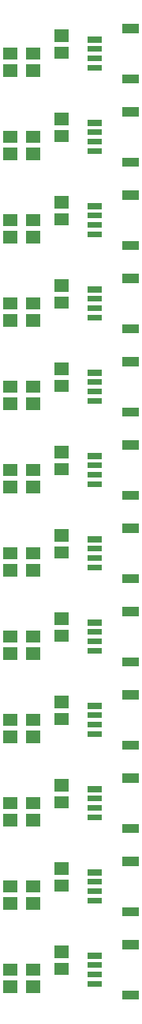
<source format=gbr>
G04 start of page 11 for group -4015 idx -4015 *
G04 Title: (unknown), toppaste *
G04 Creator: pcb 4.0.2 *
G04 CreationDate: Thu Feb 25 03:30:48 2021 UTC *
G04 For: petersen *
G04 Format: Gerber/RS-274X *
G04 PCB-Dimensions (mil): 1500.00 4200.00 *
G04 PCB-Coordinate-Origin: lower left *
%MOIN*%
%FSLAX25Y25*%
%LNTOPPASTE*%
%ADD36C,0.0001*%
G54D36*G36*
X82548Y398016D02*Y392898D01*
X88452D01*
Y398016D01*
X82548D01*
G37*
G36*
Y405102D02*Y399984D01*
X88452D01*
Y405102D01*
X82548D01*
G37*
G36*
X92048Y398016D02*Y392898D01*
X97952D01*
Y398016D01*
X92048D01*
G37*
G36*
Y405102D02*Y399984D01*
X97952D01*
Y405102D01*
X92048D01*
G37*
G36*
X104048Y412602D02*Y407484D01*
X109952D01*
Y412602D01*
X104048D01*
G37*
G36*
Y405516D02*Y400398D01*
X109952D01*
Y405516D01*
X104048D01*
G37*
G36*
X117949Y397775D02*Y395413D01*
X124051D01*
Y397775D01*
X117949D01*
G37*
G36*
Y401712D02*Y399350D01*
X124051D01*
Y401712D01*
X117949D01*
G37*
G36*
Y405650D02*Y403288D01*
X124051D01*
Y405650D01*
X117949D01*
G37*
G36*
Y409587D02*Y407225D01*
X124051D01*
Y409587D01*
X117949D01*
G37*
G36*
X132713Y393838D02*Y390000D01*
X139799D01*
Y393838D01*
X132713D01*
G37*
G36*
Y415000D02*Y411162D01*
X139799D01*
Y415000D01*
X132713D01*
G37*
G36*
X82548Y363016D02*Y357898D01*
X88452D01*
Y363016D01*
X82548D01*
G37*
G36*
Y370102D02*Y364984D01*
X88452D01*
Y370102D01*
X82548D01*
G37*
G36*
X92048Y363016D02*Y357898D01*
X97952D01*
Y363016D01*
X92048D01*
G37*
G36*
Y370102D02*Y364984D01*
X97952D01*
Y370102D01*
X92048D01*
G37*
G36*
X104048Y377602D02*Y372484D01*
X109952D01*
Y377602D01*
X104048D01*
G37*
G36*
Y370516D02*Y365398D01*
X109952D01*
Y370516D01*
X104048D01*
G37*
G36*
X117949Y362775D02*Y360413D01*
X124051D01*
Y362775D01*
X117949D01*
G37*
G36*
Y366712D02*Y364350D01*
X124051D01*
Y366712D01*
X117949D01*
G37*
G36*
Y370650D02*Y368288D01*
X124051D01*
Y370650D01*
X117949D01*
G37*
G36*
Y374587D02*Y372225D01*
X124051D01*
Y374587D01*
X117949D01*
G37*
G36*
X132713Y358838D02*Y355000D01*
X139799D01*
Y358838D01*
X132713D01*
G37*
G36*
Y380000D02*Y376162D01*
X139799D01*
Y380000D01*
X132713D01*
G37*
G36*
X82548Y328016D02*Y322898D01*
X88452D01*
Y328016D01*
X82548D01*
G37*
G36*
Y335102D02*Y329984D01*
X88452D01*
Y335102D01*
X82548D01*
G37*
G36*
X92048Y328016D02*Y322898D01*
X97952D01*
Y328016D01*
X92048D01*
G37*
G36*
Y335102D02*Y329984D01*
X97952D01*
Y335102D01*
X92048D01*
G37*
G36*
X104048Y342602D02*Y337484D01*
X109952D01*
Y342602D01*
X104048D01*
G37*
G36*
Y335516D02*Y330398D01*
X109952D01*
Y335516D01*
X104048D01*
G37*
G36*
X117949Y327775D02*Y325413D01*
X124051D01*
Y327775D01*
X117949D01*
G37*
G36*
Y331712D02*Y329350D01*
X124051D01*
Y331712D01*
X117949D01*
G37*
G36*
Y335650D02*Y333288D01*
X124051D01*
Y335650D01*
X117949D01*
G37*
G36*
Y339587D02*Y337225D01*
X124051D01*
Y339587D01*
X117949D01*
G37*
G36*
X132713Y323838D02*Y320000D01*
X139799D01*
Y323838D01*
X132713D01*
G37*
G36*
Y345000D02*Y341162D01*
X139799D01*
Y345000D01*
X132713D01*
G37*
G36*
X82548Y293016D02*Y287898D01*
X88452D01*
Y293016D01*
X82548D01*
G37*
G36*
Y300102D02*Y294984D01*
X88452D01*
Y300102D01*
X82548D01*
G37*
G36*
X92048Y293016D02*Y287898D01*
X97952D01*
Y293016D01*
X92048D01*
G37*
G36*
Y300102D02*Y294984D01*
X97952D01*
Y300102D01*
X92048D01*
G37*
G36*
X104048Y307602D02*Y302484D01*
X109952D01*
Y307602D01*
X104048D01*
G37*
G36*
Y300516D02*Y295398D01*
X109952D01*
Y300516D01*
X104048D01*
G37*
G36*
X117949Y292775D02*Y290413D01*
X124051D01*
Y292775D01*
X117949D01*
G37*
G36*
Y296712D02*Y294350D01*
X124051D01*
Y296712D01*
X117949D01*
G37*
G36*
Y300650D02*Y298288D01*
X124051D01*
Y300650D01*
X117949D01*
G37*
G36*
Y304587D02*Y302225D01*
X124051D01*
Y304587D01*
X117949D01*
G37*
G36*
X132713Y288838D02*Y285000D01*
X139799D01*
Y288838D01*
X132713D01*
G37*
G36*
Y310000D02*Y306162D01*
X139799D01*
Y310000D01*
X132713D01*
G37*
G36*
X82548Y258016D02*Y252898D01*
X88452D01*
Y258016D01*
X82548D01*
G37*
G36*
Y265102D02*Y259984D01*
X88452D01*
Y265102D01*
X82548D01*
G37*
G36*
X92048Y258016D02*Y252898D01*
X97952D01*
Y258016D01*
X92048D01*
G37*
G36*
Y265102D02*Y259984D01*
X97952D01*
Y265102D01*
X92048D01*
G37*
G36*
X104048Y272602D02*Y267484D01*
X109952D01*
Y272602D01*
X104048D01*
G37*
G36*
Y265516D02*Y260398D01*
X109952D01*
Y265516D01*
X104048D01*
G37*
G36*
X117949Y257775D02*Y255413D01*
X124051D01*
Y257775D01*
X117949D01*
G37*
G36*
Y261712D02*Y259350D01*
X124051D01*
Y261712D01*
X117949D01*
G37*
G36*
Y265650D02*Y263288D01*
X124051D01*
Y265650D01*
X117949D01*
G37*
G36*
Y269587D02*Y267225D01*
X124051D01*
Y269587D01*
X117949D01*
G37*
G36*
X132713Y253838D02*Y250000D01*
X139799D01*
Y253838D01*
X132713D01*
G37*
G36*
Y275000D02*Y271162D01*
X139799D01*
Y275000D01*
X132713D01*
G37*
G36*
X82548Y223016D02*Y217898D01*
X88452D01*
Y223016D01*
X82548D01*
G37*
G36*
Y230102D02*Y224984D01*
X88452D01*
Y230102D01*
X82548D01*
G37*
G36*
X92048Y223016D02*Y217898D01*
X97952D01*
Y223016D01*
X92048D01*
G37*
G36*
Y230102D02*Y224984D01*
X97952D01*
Y230102D01*
X92048D01*
G37*
G36*
X104048Y237602D02*Y232484D01*
X109952D01*
Y237602D01*
X104048D01*
G37*
G36*
Y230516D02*Y225398D01*
X109952D01*
Y230516D01*
X104048D01*
G37*
G36*
X117949Y222775D02*Y220413D01*
X124051D01*
Y222775D01*
X117949D01*
G37*
G36*
Y226712D02*Y224350D01*
X124051D01*
Y226712D01*
X117949D01*
G37*
G36*
Y230650D02*Y228288D01*
X124051D01*
Y230650D01*
X117949D01*
G37*
G36*
Y234587D02*Y232225D01*
X124051D01*
Y234587D01*
X117949D01*
G37*
G36*
X132713Y218838D02*Y215000D01*
X139799D01*
Y218838D01*
X132713D01*
G37*
G36*
Y240000D02*Y236162D01*
X139799D01*
Y240000D01*
X132713D01*
G37*
G36*
X82548Y188016D02*Y182898D01*
X88452D01*
Y188016D01*
X82548D01*
G37*
G36*
Y195102D02*Y189984D01*
X88452D01*
Y195102D01*
X82548D01*
G37*
G36*
X92048Y188016D02*Y182898D01*
X97952D01*
Y188016D01*
X92048D01*
G37*
G36*
Y195102D02*Y189984D01*
X97952D01*
Y195102D01*
X92048D01*
G37*
G36*
X104048Y202602D02*Y197484D01*
X109952D01*
Y202602D01*
X104048D01*
G37*
G36*
Y195516D02*Y190398D01*
X109952D01*
Y195516D01*
X104048D01*
G37*
G36*
X117949Y187775D02*Y185413D01*
X124051D01*
Y187775D01*
X117949D01*
G37*
G36*
Y191712D02*Y189350D01*
X124051D01*
Y191712D01*
X117949D01*
G37*
G36*
Y195650D02*Y193288D01*
X124051D01*
Y195650D01*
X117949D01*
G37*
G36*
Y199587D02*Y197225D01*
X124051D01*
Y199587D01*
X117949D01*
G37*
G36*
X132713Y183838D02*Y180000D01*
X139799D01*
Y183838D01*
X132713D01*
G37*
G36*
Y205000D02*Y201162D01*
X139799D01*
Y205000D01*
X132713D01*
G37*
G36*
X82548Y153016D02*Y147898D01*
X88452D01*
Y153016D01*
X82548D01*
G37*
G36*
Y160102D02*Y154984D01*
X88452D01*
Y160102D01*
X82548D01*
G37*
G36*
X92048Y153016D02*Y147898D01*
X97952D01*
Y153016D01*
X92048D01*
G37*
G36*
Y160102D02*Y154984D01*
X97952D01*
Y160102D01*
X92048D01*
G37*
G36*
X104048Y167602D02*Y162484D01*
X109952D01*
Y167602D01*
X104048D01*
G37*
G36*
Y160516D02*Y155398D01*
X109952D01*
Y160516D01*
X104048D01*
G37*
G36*
X117949Y152775D02*Y150413D01*
X124051D01*
Y152775D01*
X117949D01*
G37*
G36*
Y156712D02*Y154350D01*
X124051D01*
Y156712D01*
X117949D01*
G37*
G36*
Y160650D02*Y158288D01*
X124051D01*
Y160650D01*
X117949D01*
G37*
G36*
Y164587D02*Y162225D01*
X124051D01*
Y164587D01*
X117949D01*
G37*
G36*
X132713Y148838D02*Y145000D01*
X139799D01*
Y148838D01*
X132713D01*
G37*
G36*
Y170000D02*Y166162D01*
X139799D01*
Y170000D01*
X132713D01*
G37*
G36*
X82548Y118016D02*Y112898D01*
X88452D01*
Y118016D01*
X82548D01*
G37*
G36*
Y125102D02*Y119984D01*
X88452D01*
Y125102D01*
X82548D01*
G37*
G36*
X92048Y118016D02*Y112898D01*
X97952D01*
Y118016D01*
X92048D01*
G37*
G36*
Y125102D02*Y119984D01*
X97952D01*
Y125102D01*
X92048D01*
G37*
G36*
X104048Y132602D02*Y127484D01*
X109952D01*
Y132602D01*
X104048D01*
G37*
G36*
Y125516D02*Y120398D01*
X109952D01*
Y125516D01*
X104048D01*
G37*
G36*
X117949Y117775D02*Y115413D01*
X124051D01*
Y117775D01*
X117949D01*
G37*
G36*
Y121712D02*Y119350D01*
X124051D01*
Y121712D01*
X117949D01*
G37*
G36*
Y125650D02*Y123288D01*
X124051D01*
Y125650D01*
X117949D01*
G37*
G36*
Y129587D02*Y127225D01*
X124051D01*
Y129587D01*
X117949D01*
G37*
G36*
X132713Y113838D02*Y110000D01*
X139799D01*
Y113838D01*
X132713D01*
G37*
G36*
Y135000D02*Y131162D01*
X139799D01*
Y135000D01*
X132713D01*
G37*
G36*
X82548Y83016D02*Y77898D01*
X88452D01*
Y83016D01*
X82548D01*
G37*
G36*
Y90102D02*Y84984D01*
X88452D01*
Y90102D01*
X82548D01*
G37*
G36*
X92048Y83016D02*Y77898D01*
X97952D01*
Y83016D01*
X92048D01*
G37*
G36*
Y90102D02*Y84984D01*
X97952D01*
Y90102D01*
X92048D01*
G37*
G36*
X104048Y97602D02*Y92484D01*
X109952D01*
Y97602D01*
X104048D01*
G37*
G36*
Y90516D02*Y85398D01*
X109952D01*
Y90516D01*
X104048D01*
G37*
G36*
X117949Y82775D02*Y80413D01*
X124051D01*
Y82775D01*
X117949D01*
G37*
G36*
Y86712D02*Y84350D01*
X124051D01*
Y86712D01*
X117949D01*
G37*
G36*
Y90650D02*Y88288D01*
X124051D01*
Y90650D01*
X117949D01*
G37*
G36*
Y94587D02*Y92225D01*
X124051D01*
Y94587D01*
X117949D01*
G37*
G36*
X132713Y78838D02*Y75000D01*
X139799D01*
Y78838D01*
X132713D01*
G37*
G36*
Y100000D02*Y96162D01*
X139799D01*
Y100000D01*
X132713D01*
G37*
G36*
X82548Y48016D02*Y42898D01*
X88452D01*
Y48016D01*
X82548D01*
G37*
G36*
Y55102D02*Y49984D01*
X88452D01*
Y55102D01*
X82548D01*
G37*
G36*
X92048Y48016D02*Y42898D01*
X97952D01*
Y48016D01*
X92048D01*
G37*
G36*
Y55102D02*Y49984D01*
X97952D01*
Y55102D01*
X92048D01*
G37*
G36*
X104048Y62602D02*Y57484D01*
X109952D01*
Y62602D01*
X104048D01*
G37*
G36*
Y55516D02*Y50398D01*
X109952D01*
Y55516D01*
X104048D01*
G37*
G36*
X117949Y47775D02*Y45413D01*
X124051D01*
Y47775D01*
X117949D01*
G37*
G36*
Y51712D02*Y49350D01*
X124051D01*
Y51712D01*
X117949D01*
G37*
G36*
Y55650D02*Y53288D01*
X124051D01*
Y55650D01*
X117949D01*
G37*
G36*
Y59587D02*Y57225D01*
X124051D01*
Y59587D01*
X117949D01*
G37*
G36*
X132713Y43838D02*Y40000D01*
X139799D01*
Y43838D01*
X132713D01*
G37*
G36*
Y65000D02*Y61162D01*
X139799D01*
Y65000D01*
X132713D01*
G37*
G36*
X82548Y13016D02*Y7898D01*
X88452D01*
Y13016D01*
X82548D01*
G37*
G36*
Y20102D02*Y14984D01*
X88452D01*
Y20102D01*
X82548D01*
G37*
G36*
X92048Y13016D02*Y7898D01*
X97952D01*
Y13016D01*
X92048D01*
G37*
G36*
Y20102D02*Y14984D01*
X97952D01*
Y20102D01*
X92048D01*
G37*
G36*
X104048Y27602D02*Y22484D01*
X109952D01*
Y27602D01*
X104048D01*
G37*
G36*
Y20516D02*Y15398D01*
X109952D01*
Y20516D01*
X104048D01*
G37*
G36*
X117949Y12775D02*Y10413D01*
X124051D01*
Y12775D01*
X117949D01*
G37*
G36*
Y16712D02*Y14350D01*
X124051D01*
Y16712D01*
X117949D01*
G37*
G36*
Y20650D02*Y18288D01*
X124051D01*
Y20650D01*
X117949D01*
G37*
G36*
Y24587D02*Y22225D01*
X124051D01*
Y24587D01*
X117949D01*
G37*
G36*
X132713Y8838D02*Y5000D01*
X139799D01*
Y8838D01*
X132713D01*
G37*
G36*
Y30000D02*Y26162D01*
X139799D01*
Y30000D01*
X132713D01*
G37*
M02*

</source>
